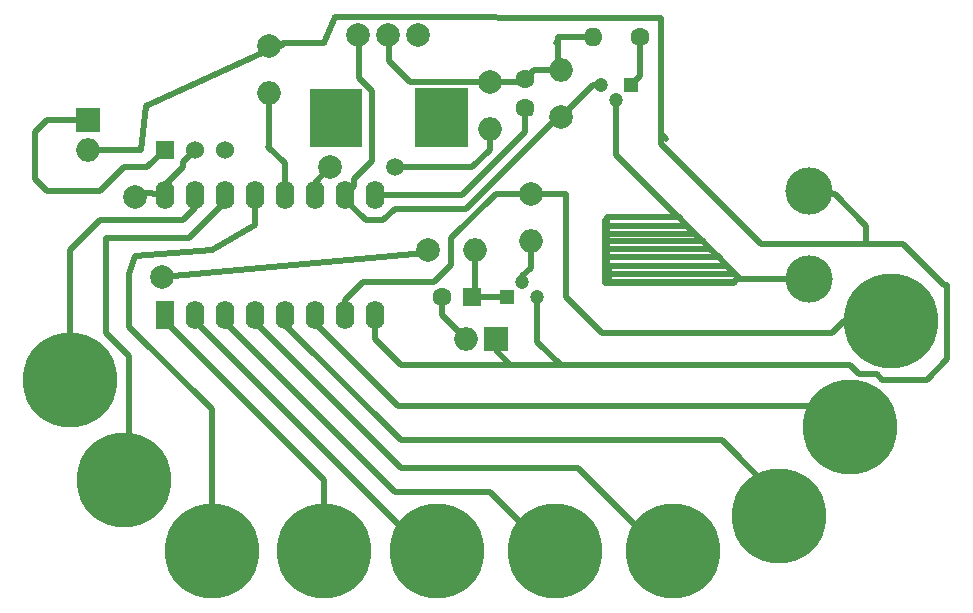
<source format=gtl>
G04 #@! TF.FileFunction,Copper,L1,Top,Signal*
%FSLAX46Y46*%
G04 Gerber Fmt 4.6, Leading zero omitted, Abs format (unit mm)*
G04 Created by KiCad (PCBNEW 4.0.7) date 06/25/19 00:48:09*
%MOMM*%
%LPD*%
G01*
G04 APERTURE LIST*
%ADD10C,0.100000*%
%ADD11C,4.000000*%
%ADD12R,1.600000X2.400000*%
%ADD13O,1.600000X2.400000*%
%ADD14C,8.000000*%
%ADD15R,1.600000X1.600000*%
%ADD16C,1.600000*%
%ADD17R,2.000000X2.000000*%
%ADD18O,2.000000X2.000000*%
%ADD19C,1.200000*%
%ADD20R,1.200000X1.200000*%
%ADD21C,1.998980*%
%ADD22R,4.500000X5.000000*%
%ADD23C,2.000000*%
%ADD24O,1.600000X1.600000*%
%ADD25R,1.524000X1.524000*%
%ADD26C,1.524000*%
%ADD27C,1.500000*%
%ADD28C,0.500000*%
%ADD29C,0.300000*%
G04 APERTURE END LIST*
D10*
D11*
X177500000Y-102500000D03*
D12*
X123000000Y-113000000D03*
D13*
X140780000Y-102840000D03*
X125540000Y-113000000D03*
X138240000Y-102840000D03*
X128080000Y-113000000D03*
X135700000Y-102840000D03*
X130620000Y-113000000D03*
X133160000Y-102840000D03*
X133160000Y-113000000D03*
X130620000Y-102840000D03*
X135700000Y-113000000D03*
X128080000Y-102840000D03*
X138240000Y-113000000D03*
X125540000Y-102840000D03*
X140780000Y-113000000D03*
X123000000Y-102840000D03*
D14*
X175000000Y-130000000D03*
D15*
X149000000Y-111500000D03*
D16*
X146500000Y-111500000D03*
X153500000Y-93000000D03*
X153500000Y-95500000D03*
D17*
X151000000Y-115000000D03*
D18*
X148460000Y-115000000D03*
D17*
X116500000Y-96500000D03*
D18*
X116500000Y-99040000D03*
D14*
X136500000Y-133000000D03*
X146000000Y-133000000D03*
X156000000Y-133000000D03*
X166000000Y-133000000D03*
X181000000Y-122500000D03*
X184500000Y-113500000D03*
X115000000Y-118500000D03*
X119500000Y-127000000D03*
X127000000Y-133000000D03*
D19*
X153270000Y-110230000D03*
X154540000Y-111500000D03*
D20*
X152000000Y-111500000D03*
D19*
X161230000Y-94770000D03*
X159960000Y-93500000D03*
D20*
X162500000Y-93500000D03*
D21*
X141910000Y-89300000D03*
X139370000Y-89300000D03*
X144450000Y-89300000D03*
D10*
G36*
X144200000Y-93800000D02*
X148700000Y-93800000D01*
X148700000Y-98800000D01*
X144200000Y-98800000D01*
X144200000Y-93800000D01*
X144200000Y-93800000D01*
G37*
D22*
X137450000Y-96300000D03*
D23*
X145250000Y-107500000D03*
D18*
X149250000Y-107500000D03*
D23*
X154000000Y-102750000D03*
D18*
X154000000Y-106750000D03*
D23*
X131800000Y-90200000D03*
D18*
X131800000Y-94200000D03*
D23*
X150500000Y-93250000D03*
D18*
X150500000Y-97250000D03*
D23*
X156500000Y-96250000D03*
D18*
X156500000Y-92250000D03*
D16*
X163250000Y-89500000D03*
D24*
X159250000Y-89500000D03*
D25*
X123000000Y-99000000D03*
D26*
X125540000Y-99000000D03*
X128080000Y-99000000D03*
D11*
X177500000Y-110000000D03*
D23*
X120500000Y-103000000D03*
X122750000Y-109750000D03*
X137000000Y-100500000D03*
D27*
X142500000Y-100500000D03*
D28*
X149000000Y-111500000D02*
X152000000Y-111500000D01*
X149250000Y-107500000D02*
X149250000Y-111250000D01*
X149250000Y-111250000D02*
X149000000Y-111500000D01*
D29*
X149250000Y-107500000D02*
X149000000Y-108000000D01*
D28*
X146500000Y-111500000D02*
X146500000Y-113040000D01*
X146500000Y-113040000D02*
X148460000Y-115000000D01*
X141960000Y-90000000D02*
X141960000Y-91460000D01*
X143750000Y-93250000D02*
X150500000Y-93250000D01*
X141960000Y-91460000D02*
X143750000Y-93250000D01*
X150500000Y-93250000D02*
X153250000Y-93250000D01*
X153250000Y-93250000D02*
X153500000Y-93000000D01*
X156250000Y-89500000D02*
X156250000Y-92000000D01*
X156250000Y-92000000D02*
X156500000Y-92250000D01*
X156500000Y-92250000D02*
X154250000Y-92250000D01*
X154250000Y-92250000D02*
X153500000Y-93000000D01*
X159250000Y-89500000D02*
X156250000Y-89500000D01*
D29*
X153500000Y-93000000D02*
X154000000Y-93000000D01*
X142000000Y-90000000D02*
X141960000Y-90000000D01*
X156500000Y-92250000D02*
X157000000Y-92000000D01*
X156000000Y-90000000D02*
X156250000Y-89500000D01*
X156250000Y-89500000D02*
X156000000Y-90000000D01*
X159000000Y-90000000D02*
X159250000Y-89500000D01*
D28*
X153500000Y-95500000D02*
X153500000Y-97500000D01*
X148160000Y-102840000D02*
X140780000Y-102840000D01*
X153500000Y-97500000D02*
X148160000Y-102840000D01*
D29*
X140780000Y-102840000D02*
X141000000Y-103000000D01*
X154000000Y-96000000D02*
X153500000Y-95500000D01*
D28*
X165000000Y-91000000D02*
X165000000Y-97651470D01*
X165000000Y-97651470D02*
X165424265Y-98075735D01*
X131800000Y-90200000D02*
X132850000Y-90200000D01*
X132850000Y-90200000D02*
X133050000Y-90000000D01*
X165000000Y-98500000D02*
X165000000Y-91000000D01*
X165000000Y-91000000D02*
X165000000Y-87818727D01*
X181000000Y-117250000D02*
X156500000Y-117250000D01*
X181000000Y-117250000D02*
X181750000Y-118000000D01*
X181750000Y-118000000D02*
X183250000Y-118000000D01*
X183250000Y-118000000D02*
X183750000Y-118500000D01*
X143000000Y-117250000D02*
X152250000Y-117250000D01*
X152250000Y-117250000D02*
X156500000Y-117250000D01*
X135979592Y-90000000D02*
X136266143Y-90000000D01*
X136266143Y-90000000D02*
X136457286Y-90000000D01*
X137420000Y-87790000D02*
X165000000Y-87818727D01*
X136457286Y-90000000D02*
X137420000Y-87790000D01*
X121400000Y-95300000D02*
X133050000Y-90000000D01*
X133050000Y-90000000D02*
X135979592Y-90000000D01*
X151000000Y-115000000D02*
X151000000Y-116000000D01*
X151000000Y-116000000D02*
X152250000Y-117250000D01*
X154540000Y-111500000D02*
X154540000Y-115290000D01*
X154540000Y-115290000D02*
X156500000Y-117250000D01*
X140780000Y-113000000D02*
X140780000Y-115030000D01*
X140780000Y-115030000D02*
X143000000Y-117250000D01*
D29*
X141000000Y-113000000D02*
X140780000Y-113000000D01*
D28*
X120960000Y-99040000D02*
X121400000Y-95300000D01*
X116500000Y-99040000D02*
X120960000Y-99040000D01*
X116500000Y-96500000D02*
X113000000Y-96500000D01*
X121500000Y-100500000D02*
X123000000Y-99000000D01*
X119500000Y-100500000D02*
X121500000Y-100500000D01*
X117500000Y-102500000D02*
X119500000Y-100500000D01*
X113000000Y-102500000D02*
X117500000Y-102500000D01*
X112000000Y-101500000D02*
X113000000Y-102500000D01*
X112000000Y-97500000D02*
X112000000Y-101500000D01*
X113000000Y-96500000D02*
X112000000Y-97500000D01*
X123000000Y-113000000D02*
X123000000Y-113500000D01*
X123000000Y-113500000D02*
X136500000Y-127000000D01*
X136500000Y-127000000D02*
X136500000Y-133500000D01*
X125540000Y-113000000D02*
X125540000Y-113540000D01*
X125540000Y-113540000D02*
X145500000Y-133500000D01*
X145500000Y-133500000D02*
X146500000Y-133500000D01*
D29*
X125540000Y-113000000D02*
X126000000Y-113000000D01*
D28*
X128080000Y-113000000D02*
X128080000Y-113580000D01*
X128080000Y-113580000D02*
X142500000Y-128000000D01*
X150500000Y-128000000D02*
X156000000Y-133500000D01*
X142500000Y-128000000D02*
X150500000Y-128000000D01*
D29*
X128080000Y-113000000D02*
X128000000Y-113000000D01*
D28*
X166000000Y-133500000D02*
X165500000Y-133500000D01*
X165500000Y-133500000D02*
X158000000Y-126000000D01*
X158000000Y-126000000D02*
X143000000Y-126000000D01*
X143000000Y-126000000D02*
X130620000Y-113620000D01*
X130620000Y-113620000D02*
X130620000Y-113000000D01*
D29*
X130620000Y-113000000D02*
X131000000Y-113000000D01*
X131000000Y-113000000D02*
X131000000Y-114000000D01*
D28*
X135700000Y-113000000D02*
X135700000Y-113700000D01*
X135700000Y-113700000D02*
X142750000Y-120750000D01*
X142750000Y-120750000D02*
X179250000Y-120750000D01*
X179250000Y-120750000D02*
X181000000Y-122500000D01*
D29*
X136000000Y-113000000D02*
X135700000Y-113000000D01*
D28*
X172000000Y-114500000D02*
X160000000Y-114500000D01*
X157000000Y-111500000D02*
X157000000Y-102750000D01*
X160000000Y-114500000D02*
X157000000Y-111500000D01*
X154000000Y-102750000D02*
X151000000Y-102750000D01*
X138240000Y-111760000D02*
X138240000Y-113000000D01*
X139750000Y-110250000D02*
X138240000Y-111760000D01*
X145750000Y-110250000D02*
X139750000Y-110250000D01*
X147250000Y-108750000D02*
X145750000Y-110250000D01*
X147250000Y-106500000D02*
X147250000Y-108750000D01*
X151000000Y-102750000D02*
X147250000Y-106500000D01*
X184500000Y-113500000D02*
X180500000Y-113500000D01*
X180500000Y-113500000D02*
X179500000Y-114500000D01*
X179500000Y-114500000D02*
X172000000Y-114500000D01*
X157000000Y-102750000D02*
X154000000Y-102750000D01*
X125540000Y-102840000D02*
X125540000Y-103960000D01*
X125540000Y-103960000D02*
X124500000Y-105000000D01*
X115000000Y-107500000D02*
X115000000Y-118500000D01*
X117500000Y-105000000D02*
X115000000Y-107500000D01*
X124500000Y-105000000D02*
X117500000Y-105000000D01*
D29*
X126000000Y-103000000D02*
X125540000Y-102840000D01*
D28*
X128080000Y-102840000D02*
X128080000Y-103420000D01*
X128080000Y-103420000D02*
X125000000Y-106500000D01*
X120000000Y-116500000D02*
X120000000Y-127500000D01*
X118000000Y-114500000D02*
X120000000Y-116500000D01*
X118000000Y-113000000D02*
X118000000Y-114500000D01*
X118000000Y-106500000D02*
X118000000Y-113000000D01*
X125000000Y-106500000D02*
X118000000Y-106500000D01*
D29*
X128080000Y-102840000D02*
X128000000Y-103000000D01*
D28*
X130620000Y-102840000D02*
X130620000Y-105380000D01*
X127000000Y-121000000D02*
X127000000Y-133500000D01*
X120000000Y-114000000D02*
X127000000Y-121000000D01*
X120000000Y-109500000D02*
X120000000Y-114000000D01*
X120500000Y-108000000D02*
X120000000Y-109500000D01*
X127000000Y-107500000D02*
X120500000Y-108000000D01*
X130620000Y-105380000D02*
X127000000Y-107500000D01*
D29*
X130620000Y-102840000D02*
X131000000Y-103000000D01*
D28*
X182400000Y-107000000D02*
X182400000Y-105500000D01*
X179700000Y-102800000D02*
X178100000Y-102800000D01*
X182400000Y-105500000D02*
X179700000Y-102800000D01*
X189250000Y-110500000D02*
X189000000Y-110500000D01*
X173500000Y-107000000D02*
X165000000Y-98500000D01*
X185500000Y-107000000D02*
X182400000Y-107000000D01*
X182400000Y-107000000D02*
X173500000Y-107000000D01*
X189000000Y-110500000D02*
X185500000Y-107000000D01*
X183750000Y-118500000D02*
X187500000Y-118500000D01*
X187500000Y-118500000D02*
X189250000Y-116750000D01*
X189250000Y-116750000D02*
X189250000Y-110500000D01*
X160250000Y-105450000D02*
X167200000Y-105450000D01*
X167100000Y-105400000D02*
X167100000Y-105350000D01*
X167150000Y-105400000D02*
X167100000Y-105400000D01*
X167200000Y-105450000D02*
X167150000Y-105400000D01*
X166500000Y-104750000D02*
X167100000Y-105350000D01*
X167100000Y-105350000D02*
X167875000Y-106125000D01*
X160250000Y-110300000D02*
X171150000Y-110300000D01*
X160250000Y-104950000D02*
X160250000Y-105450000D01*
X160250000Y-105450000D02*
X160250000Y-110300000D01*
X171150000Y-110300000D02*
X171450000Y-110000000D01*
X160400000Y-108650000D02*
X160400000Y-109950000D01*
X160700000Y-110250000D02*
X160600000Y-110150000D01*
X160400000Y-109950000D02*
X160700000Y-110250000D01*
X160475000Y-109525000D02*
X171275000Y-109525000D01*
X160600000Y-109400000D02*
X160600000Y-110150000D01*
X160600000Y-108825000D02*
X160600000Y-109400000D01*
X171450000Y-110000000D02*
X171200000Y-110250000D01*
X171200000Y-110250000D02*
X160500000Y-110250000D01*
X160600000Y-110150000D02*
X160500000Y-110250000D01*
X171450000Y-110000000D02*
X171600000Y-110000000D01*
X160400000Y-108050000D02*
X160400000Y-108650000D01*
X160575000Y-108825000D02*
X160600000Y-108825000D01*
X160600000Y-108825000D02*
X170575000Y-108825000D01*
X160400000Y-108650000D02*
X160575000Y-108825000D01*
X160400000Y-107350000D02*
X160400000Y-108050000D01*
X160475000Y-108125000D02*
X169875000Y-108125000D01*
X160400000Y-108050000D02*
X160475000Y-108125000D01*
X160400000Y-106750000D02*
X160400000Y-107350000D01*
X160475000Y-107425000D02*
X169175000Y-107425000D01*
X160400000Y-107350000D02*
X160475000Y-107425000D01*
X160400000Y-106050000D02*
X160400000Y-106750000D01*
X160400000Y-106750000D02*
X160425000Y-106775000D01*
X160400000Y-105350000D02*
X160400000Y-106050000D01*
X160325000Y-106125000D02*
X167875000Y-106125000D01*
X160400000Y-106050000D02*
X160325000Y-106125000D01*
X160400000Y-104750000D02*
X160400000Y-105350000D01*
X160400000Y-104750000D02*
X166500000Y-104750000D01*
X168525000Y-106775000D02*
X160425000Y-106775000D01*
X160425000Y-106775000D02*
X160400000Y-106800000D01*
X177500000Y-110000000D02*
X171600000Y-110000000D01*
X171600000Y-110000000D02*
X171750000Y-110000000D01*
X171750000Y-110000000D02*
X171275000Y-109525000D01*
X161230000Y-99480000D02*
X161230000Y-94770000D01*
X171275000Y-109525000D02*
X170575000Y-108825000D01*
X170575000Y-108825000D02*
X169875000Y-108125000D01*
X169875000Y-108125000D02*
X169175000Y-107425000D01*
X169175000Y-107425000D02*
X169075000Y-107325000D01*
X169000000Y-107250000D02*
X168525000Y-106775000D01*
X169075000Y-107325000D02*
X169000000Y-107250000D01*
X168525000Y-106775000D02*
X168250000Y-106500000D01*
X168250000Y-106500000D02*
X167875000Y-106125000D01*
X166500000Y-104750000D02*
X166375000Y-104625000D01*
X166375000Y-104625000D02*
X161230000Y-99480000D01*
D29*
X161000000Y-95000000D02*
X161230000Y-94770000D01*
D28*
X153270000Y-110230000D02*
X153270000Y-109730000D01*
X153270000Y-109730000D02*
X154000000Y-109000000D01*
X154000000Y-109000000D02*
X154000000Y-106750000D01*
D29*
X154000000Y-106750000D02*
X154000000Y-109000000D01*
X154000000Y-109000000D02*
X153000000Y-110000000D01*
X153000000Y-110000000D02*
X153270000Y-110230000D01*
D28*
X138240000Y-102840000D02*
X138240000Y-103240000D01*
X138240000Y-103240000D02*
X140000000Y-105000000D01*
X148500000Y-104000000D02*
X156250000Y-96250000D01*
X142500000Y-104000000D02*
X148500000Y-104000000D01*
X141500000Y-105000000D02*
X142500000Y-104000000D01*
X140000000Y-105000000D02*
X141500000Y-105000000D01*
X156250000Y-96250000D02*
X156500000Y-96250000D01*
X139420000Y-90000000D02*
X139420000Y-92920000D01*
X139000000Y-102080000D02*
X138240000Y-102840000D01*
X139000000Y-101500000D02*
X139000000Y-102080000D01*
X140500000Y-100000000D02*
X139000000Y-101500000D01*
X140500000Y-94000000D02*
X140500000Y-100000000D01*
X139420000Y-92920000D02*
X140500000Y-94000000D01*
X159960000Y-93500000D02*
X159250000Y-93500000D01*
X159250000Y-93500000D02*
X156500000Y-96250000D01*
D29*
X138240000Y-102840000D02*
X138000000Y-103000000D01*
X138000000Y-103000000D02*
X138000000Y-102000000D01*
X139000000Y-90000000D02*
X139420000Y-90000000D01*
D28*
X163250000Y-89500000D02*
X163250000Y-92750000D01*
X163250000Y-92750000D02*
X162500000Y-93500000D01*
D29*
X163250000Y-89500000D02*
X163000000Y-90000000D01*
D28*
X123000000Y-102840000D02*
X123000000Y-102000000D01*
X123000000Y-102000000D02*
X124500000Y-100500000D01*
X124500000Y-100040000D02*
X125540000Y-99000000D01*
X124500000Y-100500000D02*
X124500000Y-100040000D01*
X120500000Y-103000000D02*
X120910000Y-102590000D01*
X120910000Y-102590000D02*
X123000000Y-102840000D01*
X145000000Y-107750000D02*
X122750000Y-109750000D01*
X122750000Y-109750000D02*
X123250000Y-109250000D01*
X145000000Y-107750000D02*
X145250000Y-107500000D01*
D29*
X145250000Y-107500000D02*
X145000000Y-108000000D01*
X123000000Y-103000000D02*
X123000000Y-102840000D01*
X145250000Y-107500000D02*
X145000000Y-108000000D01*
X145000000Y-108000000D02*
X145000000Y-107000000D01*
D28*
X150500000Y-97250000D02*
X150500000Y-99000000D01*
X137000000Y-100500000D02*
X135700000Y-101800000D01*
X149000000Y-100500000D02*
X142500000Y-100500000D01*
X150500000Y-99000000D02*
X149000000Y-100500000D01*
X135700000Y-101800000D02*
X135700000Y-102840000D01*
D29*
X135700000Y-102840000D02*
X135700000Y-102300000D01*
D28*
X131800000Y-94200000D02*
X131800000Y-98700000D01*
X131750000Y-98750000D02*
X133160000Y-100160000D01*
X133160000Y-100160000D02*
X133160000Y-102840000D01*
X131800000Y-98700000D02*
X131750000Y-98750000D01*
D29*
X133160000Y-102840000D02*
X133000000Y-103000000D01*
D28*
X169975000Y-123625000D02*
X170125000Y-123625000D01*
X142950000Y-123625000D02*
X169975000Y-123625000D01*
X133160000Y-113835000D02*
X142950000Y-123625000D01*
X170125000Y-123625000D02*
X176500000Y-130000000D01*
X133160000Y-113000000D02*
X133160000Y-113835000D01*
M02*

</source>
